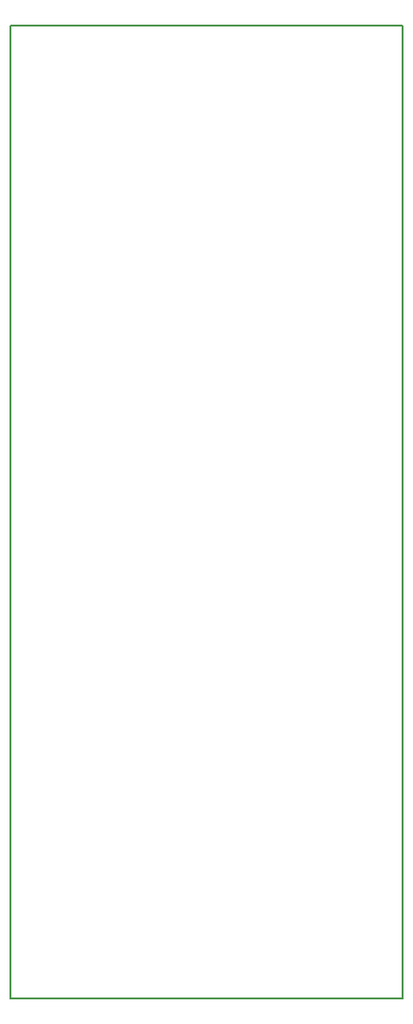
<source format=gm1>
G04 #@! TF.GenerationSoftware,KiCad,Pcbnew,5.1.6-c6e7f7d~87~ubuntu20.04.1*
G04 #@! TF.CreationDate,2020-07-20T11:44:09+02:00*
G04 #@! TF.ProjectId,weerstasie,77656572-7374-4617-9369-652e6b696361,rev?*
G04 #@! TF.SameCoordinates,Original*
G04 #@! TF.FileFunction,Profile,NP*
%FSLAX46Y46*%
G04 Gerber Fmt 4.6, Leading zero omitted, Abs format (unit mm)*
G04 Created by KiCad (PCBNEW 5.1.6-c6e7f7d~87~ubuntu20.04.1) date 2020-07-20 11:44:09*
%MOMM*%
%LPD*%
G01*
G04 APERTURE LIST*
G04 #@! TA.AperFunction,Profile*
%ADD10C,0.150000*%
G04 #@! TD*
G04 APERTURE END LIST*
D10*
X100000000Y-46000000D02*
X100000000Y-133000000D01*
X135000000Y-46000000D02*
X100000000Y-46000000D01*
X135000000Y-133000000D02*
X135000000Y-46000000D01*
X100000000Y-133000000D02*
X135000000Y-133000000D01*
M02*

</source>
